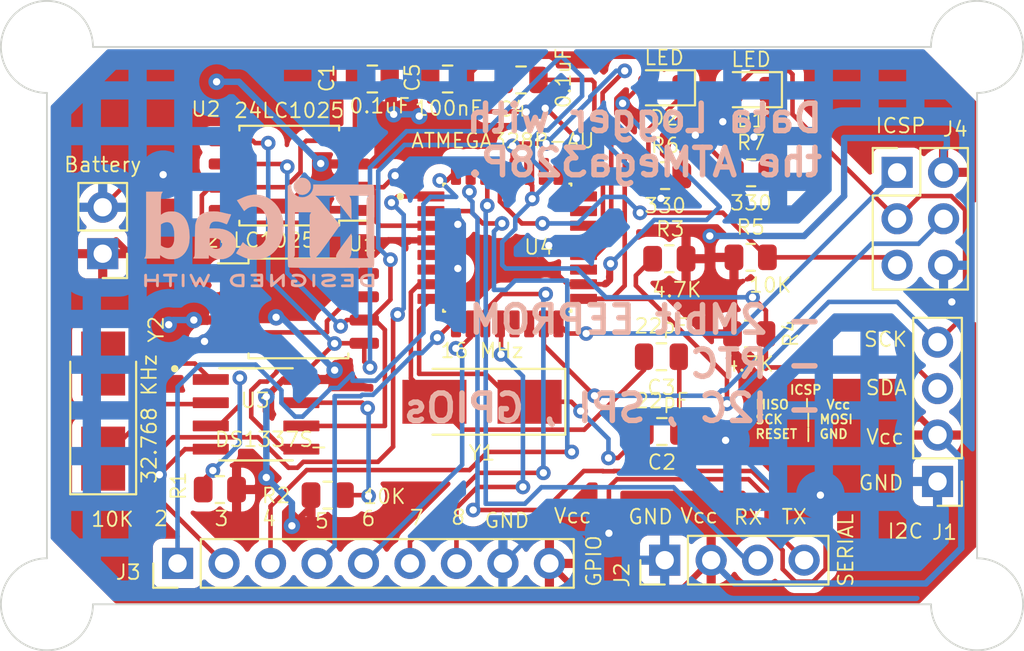
<source format=kicad_pcb>
(kicad_pcb (version 20231212) (generator "pcbnew") (generator_version "7.99")
  (title_block (title "${projectName}") (date "2024-01-02") (rev "Version-1") (company "Tech Explorations / Dr. Peter Dalmaris") (comment 1 "Designer : Anıl GÜNDÜZ") (comment 2 "2 layer PCB version"))
  (layers (0 "F.Cu" mixed) (31 "B.Cu" mixed) (34 "B.Paste" user) (35 "F.Paste" user) (36 "B.SilkS" user "B.Silkscreen") (37 "F.SilkS" user "F.Silkscreen") (38 "B.Mask" user) (39 "F.Mask" user) (44 "Edge.Cuts" user))
  (property "projectName" "MCU DataLogger with Memory and Clock")
  (net 0 "")
  (net 1 "GND")
  (net 2 "/Vcc")
  (net 3 "Net-(U4-PB7)")
  (net 4 "Net-(U4-PB6)")
  (net 5 "Net-(U4-AREF)")
  (net 6 "Net-(D1-K)")
  (net 7 "/SCK")
  (net 8 "Net-(D2-K)")
  (net 9 "/SDA")
  (net 10 "/TX")
  (net 11 "/RX")
  (net 12 "/D5")
  (net 13 "/D6")
  (net 14 "/D3")
  (net 15 "/D2")
  (net 16 "/D4")
  (net 17 "/D8")
  (net 18 "/D7")
  (net 19 "/RESET")
  (net 20 "/MISO")
  (net 21 "/MOSI")
  (net 22 "Net-(U3-~{INTA})")
  (net 23 "Net-(U3-SQW{slash}~INT)")
  (net 24 "Net-(U3-X2)")
  (net 25 "Net-(U3-X1)")
  (footprint "Connector_PinHeader_2.54mm:PinHeader_2x03_P2.54mm_Vertical" (layer "F.Cu") (at 134.2644 78.2828)
    (property "Reference" "J4")
    (property "Value" "Conn_02x03_Odd_Even" (hide yes))
  )
  (footprint "Connector_PinHeader_2.54mm:PinHeader_1x04_P2.54mm_Vertical" (layer "F.Cu") (at 121.5644 99.4918 90)
    (property "Reference" "J2")
    (property "Value" "Conn_01x04_Male" (hide yes))
  )
  (footprint "LED_SMD:LED_0805_2012Metric" (layer "F.Cu") (at 121.5367 73.66 180)
    (property "Reference" "D2")
    (property "Value" "LED")
  )
  (footprint "Resistor_SMD:R_0805_2012Metric" (layer "F.Cu") (at 121.5875 78.4606)
    (property "Reference" "R6")
    (property "Value" "330")
  )
  (footprint "Capacitor_SMD:C_0805_2012Metric" (layer "F.Cu") (at 121.412 92.456 180)
    (property "Reference" "C2")
    (property "Value" "22pF")
  )
  (footprint "Capacitor_SMD:C_0805_2012Metric" (layer "F.Cu") (at 105.5878 73.1774 180)
    (property "Reference" "C1")
    (property "Value" "0.1uF")
  )
  (footprint "Resistor_SMD:R_0805_2012Metric" (layer "F.Cu") (at 126.2865 78.3082)
    (property "Reference" "R7")
    (property "Value" "330")
  )
  (footprint "LED_SMD:LED_0805_2012Metric" (layer "F.Cu") (at 126.2865 73.7616 180)
    (property "Reference" "D1")
    (property "Value" "LED")
  )
  (footprint "MCU DataLogger Footprints:QFP80P900X900X120-32N" (layer "F.Cu") (at 112.9602 82.402)
    (property "Reference" "U4")
    (property "Value" "ATMEGA328P-AU")
  )
  (footprint "Crystal:Crystal_SMD_5032-2Pin_5.0x3.2mm_HandSoldering" (layer "F.Cu") (at 111.5822 90.8304 180)
    (property "Reference" "Y1")
    (property "Value" "16 MHz")
  )
  (footprint "MountingHole:MountingHole_2.1mm" (layer "F.Cu") (at 87.8078 71.4248 180)
    (property "Reference" "H1" (hide yes))
    (property "Value" "MountingHole" (hide yes))
  )
  (footprint "Connector_PinHeader_2.54mm:PinHeader_1x04_P2.54mm_Vertical" (layer "F.Cu") (at 136.4742 95.1892 180)
    (property "Reference" "J1")
    (property "Value" "Conn_01x04_Male" (hide yes))
  )
  (footprint "Capacitor_SMD:C_0805_2012Metric" (layer "F.Cu") (at 113.7158 73.2282)
    (property "Reference" "C4")
    (property "Value" "0.1uF")
  )
  (footprint "Resistor_SMD:R_0805_2012Metric" (layer "F.Cu") (at 126.183 87.122)
    (property "Reference" "R4")
    (property "Value" "4.7K")
  )
  (footprint "Resistor_SMD:R_0805_2012Metric" (layer "F.Cu") (at 103.1494 95.9358)
    (property "Reference" "R2")
    (property "Value" "10K")
  )
  (footprint "Capacitor_SMD:C_0805_2012Metric" (layer "F.Cu") (at 109.7026 73.1774 180)
    (property "Reference" "C5")
    (property "Value" "100nF")
  )
  (footprint "Connector_PinHeader_2.54mm:PinHeader_1x02_P2.54mm_Vertical" (layer "F.Cu") (at 90.8558 82.7328 180)
    (property "Reference" "BT1" (hide yes))
    (property "Value" "Battery")
  )
  (footprint "Connector_PinHeader_2.54mm:PinHeader_1x09_P2.54mm_Vertical" (layer "F.Cu") (at 94.9452 99.6696 90)
    (property "Reference" "J3")
    (property "Value" "Conn_01x09_Male" (hide yes))
  )
  (footprint "Crystal:Crystal_SMD_5032-2Pin_5.0x3.2mm_HandSoldering" (layer "F.Cu") (at 90.8812 91.3384 90)
    (property "Reference" "Y2")
    (property "Value" "32.768 KHz")
  )
  (footprint "MountingHole:MountingHole_2.1mm" (layer "F.Cu") (at 138.6332 101.9048 180)
    (property "Reference" "H4" (hide yes))
    (property "Value" "MountingHole" (hide yes))
  )
  (footprint "Package_SO:SOIC-8_5.23x5.23mm_P1.27mm" (layer "F.Cu") (at 101.5492 85.725)
    (property "Reference" "U1")
    (property "Value" "24LC1025")
  )
  (footprint "MountingHole:MountingHole_2.1mm" (layer "F.Cu") (at 87.8078 101.9048 180)
    (property "Reference" "H2" (hide yes))
    (property "Value" "MountingHole" (hide yes))
  )
  (footprint "Resistor_SMD:R_0805_2012Metric" (layer "F.Cu") (at 121.8184 83.0072 180)
    (property "Reference" "R3")
    (property "Value" "4.7K")
  )
  (footprint "Resistor_SMD:R_0805_2012Metric" (layer "F.Cu") (at 126.2634 82.931)
    (property "Reference" "R5")
    (property "Value" "10K")
  )
  (footprint "MountingHole:MountingHole_2.1mm" (layer "F.Cu") (at 138.6332 71.4248 180)
    (property "Reference" "H3" (hide yes))
    (property "Value" "MountingHole" (hide yes))
  )
  (footprint "Resistor_SMD:R_0805_2012Metric" (layer "F.Cu") (at 97.2566 95.631 180)
    (property "Reference" "R1")
    (property "Value" "10K")
  )
  (footprint "MCU DataLogger Footprints:SOIC127P600X175-8N" (layer "F.Cu") (at 99.2356 91.5162)
    (property "Reference" "U3")
    (property "Value" "DS1337S_")
  )
  (footprint "Package_SO:SOIC-8_5.23x5.23mm_P1.27mm" (layer "F.Cu") (at 101.048 78.4606 180)
    (property "Reference" "U2")
    (property "Value" "24LC1025")
  )
  (footprint "Capacitor_SMD:C_0805_2012Metric" (layer "F.Cu") (at 121.3843 88.3666 180)
    (property "Reference" "C3")
    (property "Value" "22pF")
  )
  (footprint "Symbol:KiCad-Logo2_5mm_SilkScreen" (layer "B.Cu") (at 99.4156 81.5594 180)
    (property "Reference" "REF**" (hide yes))
    (property "Value" "KiCad-Logo2_5mm_SilkScreen" (hide yes))
  )
  (gr_line (start 138.6332 99.389687) (end 138.6332 73.941451) (stroke (width 0.1)) (layer "Edge.Cuts"))
  (gr_arc (start 90.322913 101.9048) (mid 86.029347 103.683253) (end 87.8078 99.389687) (stroke (width 0.1)) (layer "Edge.Cuts"))
  (gr_line (start 136.116549 71.4248) (end 90.322913 71.4248) (stroke (width 0.1)) (layer "Edge.Cuts"))
  (gr_arc (start 136.116549 71.4248) (mid 140.412741 69.645259) (end 138.6332 73.941451) (stroke (width 0.1)) (layer "Edge.Cuts"))
  (gr_arc (start 138.6332 99.389687) (mid 140.411653 103.683253) (end 136.118087 101.9048) (stroke (width 0.1)) (layer "Edge.Cuts"))
  (gr_line (start 87.8078 73.939913) (end 87.8078 99.389687) (stroke (width 0.1)) (layer "Edge.Cuts"))
  (gr_arc (start 87.8078 73.939913) (mid 86.029347 69.646347) (end 90.322913 71.4248) (stroke (width 0.1)) (layer "Edge.Cuts"))
  (gr_line (start 90.322913 101.9048) (end 136.118087 101.9048) (stroke (width 0.1)) (layer "Edge.Cuts"))
  (gr_text "- 2Mbit EEPROM\n- RTC\n- I2C , SPI , GPIOs" (at 130.3274 92.0496 0) (layer "B.SilkS") (effects (font (size 1.5 1.5) (thickness 0.3) (bold yes)) (justify left bottom mirror)))
  (gr_text "Data Logger with\nthe ATMega328P." (at 130.3274 78.613 0) (layer "B.SilkS") (effects (font (size 1.5 1.5) (thickness 0.3) (bold yes)) (justify left bottom mirror)))
  (gr_text "TX" (at 127.889 97.5868 0) (layer "F.SilkS") (effects (font (size 0.8 0.8) (thickness 0.1)) (justify left bottom)))
  (gr_text "Vcc" (at 122.3518 97.536 0) (layer "F.SilkS") (effects (font (size 0.8 0.8) (thickness 0.1)) (justify left bottom)))
  (gr_text "8" (at 109.8042 97.6122 0) (layer "F.SilkS") (effects (font (size 0.8 0.8) (thickness 0.1) (italic yes)) (justify left bottom)))
  (gr_text "GND" (at 132.1054 95.7326 0) (layer "F.SilkS") (effects (font (size 0.8 0.8) (thickness 0.1)) (justify left bottom)))
  (gr_text "7" (at 107.569 97.6376 0) (layer "F.SilkS") (effects (font (size 0.8 0.8) (thickness 0.1)) (justify left bottom)))
  (gr_text "GPIO" (at 118.1608 101.0158 90) (layer "F.SilkS") (effects (font (size 0.8 0.8) (thickness 0.1)) (justify left bottom)))
  (gr_text "2" (at 93.599 97.6884 0) (layer "F.SilkS") (effects (font (size 0.8 0.8) (thickness 0.1)) (justify left bottom)))
  (gr_text "5" (at 102.3874 97.8154 0) (layer "F.SilkS") (effects (font (size 0.8 0.8) (thickness 0.1)) (justify left bottom)))
  (gr_text "GND" (at 111.6584 97.79 0) (layer "F.SilkS") (effects (font (size 0.8 0.8) (thickness 0.1)) (justify left bottom)))
  (gr_text "4" (at 99.4918 97.6884 0) (layer "F.SilkS") (effects (font (size 0.8 0.8) (thickness 0.1)) (justify left bottom)))
  (gr_text "3" (at 96.901 97.6884 0) (layer "F.SilkS") (effects (font (size 0.8 0.8) (thickness 0.1)) (justify left bottom)))
  (gr_text "	ICSP\nMISO  |	Vcc\nSCK	  | MOSI\nRESET | GND" (at 126.4666 92.8878 0) (layer "F.SilkS") (effects (font (size 0.5 0.5) (thickness 0.1) (bold yes)) (justify left bottom)))
  (gr_text "RX" (at 125.2728 97.6122 0) (layer "F.SilkS") (effects (font (size 0.8 0.8) (thickness 0.1)) (justify left bottom)))
  (gr_text "ICSP" (at 133.0198 76.2 0) (layer "F.SilkS") (effects (font (size 0.8 0.8) (thickness 0.1)) (justify left bottom)))
  (gr_text "SDA" (at 132.4864 90.5256 0) (layer "F.SilkS") (effects (font (size 0.8 0.8) (thickness 0.1)) (justify left bottom)))
  (gr_text "6" (at 104.9274 97.6884 0) (layer "F.SilkS") (effects (font (size 0.8 0.8) (thickness 0.1)) (justify left bottom)))
  (gr_text "Vcc" (at 132.5118 93.218 0) (layer "F.SilkS") (effects (font (size 0.8 0.8) (thickness 0.1)) (justify left bottom)))
  (gr_text "Vcc" (at 115.443 97.536 0) (layer "F.SilkS") (effects (font (size 0.8 0.8) (thickness 0.1)) (justify left bottom)))
  (gr_text "GND" (at 119.507 97.5868 0) (layer "F.SilkS") (effects (font (size 0.8 0.8) (thickness 0.1)) (justify left bottom)))
  (gr_text "SCK" (at 132.3848 87.884 0) (layer "F.SilkS") (effects (font (size 0.8 0.8) (thickness 0.1)) (justify left bottom)))
  (gr_text "I2C" (at 133.6802 98.3742 0) (layer "F.SilkS") (effects (font (size 0.8 0.8) (thickness 0.1)) (justify left bottom)))
  (gr_text "SERIAL" (at 131.9276 101.0158 90) (layer "F.SilkS") (effects (font (size 0.8 0.8) (thickness 0.1)) (justify left bottom)))
  (segment (start 98.5442 87.035) (end 103.109265 87.035) (width 0.25) (layer "F.Cu") (net 1))
  (segment (start 96.56 81.0406) (end 105.5732 81.0406) (width 0.25) (layer "F.Cu") (net 1))
  (segment (start 104.6378 73.1774) (end 105.9332 71.882) (width 0.25) (layer "F.Cu") (net 1))
  (segment (start 116.730353 76.420553) (end 118.1902 77.8804) (width 0.25) (layer "F.Cu") (net 1))
  (segment (start 105.447999 79.0956) (end 105.823 79.470601) (width 0.25) (layer "F.Cu") (net 1))
  (segment (start 96.273 79.5458) (end 96.7232 79.0956) (width 0.25) (layer "F.Cu") (net 1))
  (segment (start 108.5596 72.9844) (end 108.7526 73.1774) (width 0.25) (layer "F.Cu") (net 1))
  (segment (start 104.648 79.0956) (end 105.447999 79.0956) (width 0.25) (layer "F.Cu") (net 1))
  (segment (start 126.153204 95.065) (end 118.9554 95.065) (width 0.25) (layer "F.Cu") (net 1))
  (segment (start 96.56 81.0406) (end 96.273 80.7536) (width 0.25) (layer "F.Cu") (net 1))
  (segment (start 124.4092 92.456) (end 122.362 92.456) (width 0.25) (layer "F.Cu") (net 1))
  (segment (start 130.0734 95.9358) (end 130.3594 96.2218) (width 0.25) (layer "F.Cu") (net 1))
  (segment (start 105.823 79.470601) (end 105.823 80.7908) (width 0.25) (layer "F.Cu") (net 1))
  (segment (start 122.5 76.9916) (end 123.2408 76.2508) (width 0.25) (layer "F.Cu") (net 1))
  (segment (start 128.0094 99.978501) (end 128.0094 98.953196) (width 0.25) (layer "F.Cu") (net 1))
  (segment (start 95.3516 93.4212) (end 93.9546 94.8182) (width 0.25) (layer "F.Cu") (net 1))
  (segment (start 130.3594 99.978501) (end 129.671101 100.6668) (width 0.25) (layer "F.Cu") (net 1))
  (segment (start 130.3594 96.2218) (end 130.3594 99.978501) (width 0.25) (layer "F.Cu") (net 1))
  (segment (start 108.712 74.3966) (end 108.7526 74.356) (width 0.25) (layer "F.Cu") (net 1))
  (segment (start 122.362 92.456) (end 122.362 88.3943) (width 0.25) (layer "F.Cu") (net 1))
  (segment (start 108.7526 74.356) (end 108.7526 73.1774) (width 0.25) (layer "F.Cu") (net 1))
  (segment (start 90.8558 80.1928) (end 91.953 79.0956) (width 0.25) (layer "F.Cu") (net 1))
  (segment (start 118.5164 95.504) (end 118.5164 98.0186) (width 0.25) (layer "F.Cu") (net 1))
  (segment (start 111.5974 74.3966) (end 111.2266 74.3966) (width 0.25) (layer "F.Cu") (net 1))
  (segment (start 125.2216 78.4606) (end 125.374 78.3082) (width 0.25) (layer "F.Cu") (net 1))
  (segment (start 106.1974 79.0956) (end 106.8324 78.4606) (width 0.25) (layer "F.Cu") (net 1))
  (segment (start 94.1578 79.0956) (end 97.448 79.0956) (width 0.25) (layer "F.Cu") (net 1))
  (segment (start 96.273 80.7536) (end 96.273 79.5458) (width 0.25) (layer "F.Cu") (net 1))
  (segment (start 97.9492 87.63) (end 98.5442 87.035) (width 0.25) (layer "F.Cu") (net 1))
  (segment (start 105.5732 81.0406) (end 105.7148 80.899) (width 0.25) (layer "F.Cu") (net 1))
  (segment (start 109.5228 82.802) (end 110.2614 83.5406) (width 0.25) (layer "F.Cu") (net 1))
  (segment (start 115.0874 74.7776) (end 116.730353 76.420553) (width 0.25) (layer "F.Cu") (net 1))
  (segment (start 129.671101 100.6668) (end 128.697699 100.6668) (width 0.25) (layer "F.Cu") (net 1))
  (segment (start 115.0366 74.7776) (end 115.0874 74.7776) (width 0.25) (layer "F.Cu") (net 1))
  (segment (start 136.8044 84.9194) (end 137.2544 85.3694) (width 0.25) (layer "F.Cu") (net 1))
  (segment (start 108.7902 81.202) (end 106.0178 81.202) (width 0.25) (layer "F.Cu") (net 1))
  (segment (start 111.7854 74.9554) (end 111.2266 74.3966) (width 0.25) (layer "F.Cu") (net 1))
  (segment (start 122.5 78.5664) (end 121.3612 79.7052) (width 0.25) (layer "F.Cu") (net 1))
  (segment (start 126.4412 76.3524) (end 125.5776 76.3524) (width 0.25) (layer "F.Cu") (net 1))
  (segment (start 101.6646 78.278305) (end 101.6646 76.872) (width 0.25) (layer "F.Cu") (net 1))
  (segment (start 125.5776 76.3524) (end 124.7394 75.5142) (width 0.25) (layer "F.Cu") (net 1))
  (segment (start 127.1342 96.045996) (end 126.153204 95.065) (width 0.25) (layer "F.Cu") (net 1))
  (segment (start 122.5 78.4606) (end 122.682 78.4606) (width 0.25) (layer "F.Cu") (net 1))
  (segment (start 94.1578 79.0956) (end 94.1578 78.4098) (width 0.25) (layer "F.Cu") (net 1))
  (segment (start 105.9332 71.882) (end 108.5596 71.882) (width 0.25) (layer "F.Cu") (net 1))
  (segment (start 122.362 88.3943) (end 122.3343 88.3666) (width 0.25) (layer "F.Cu") (net 1))
  (segment (start 118.1902 81.590134) (end 117.778334 82.002) (width 0.25) (layer "F.Cu") (net 1))
  (segment (start 97.448 79.0956) (end 100.847305 79.0956) (width 0.25) (layer "F.Cu") (net 1))
  (segment (start 108.7902 82.802) (end 109.5228 82.802) (width 0.25) (layer "F.Cu") (net 1))
  (segment (start 91.953 79.0956) (end 94.1578 79.0956) (width 0.25) (layer "F.Cu") (net 1))
  (segment (start 111.2266 74.3966) (end 108.712 74.3966) (width 0.25) (layer "F.Cu") (net 1))
  (segment (start 101.6646 76.872) (end 101.981 76.5556) (width 0.25) (layer "F.Cu") (net 1))
  (segment (start 108.7902 82.802) (end 109.525199 82.802) (width 0.25) (layer "F.Cu") (net 1))
  (segment (start 104.439072 85.09) (end 105.1492 85.09) (width 0.25) (layer "F.Cu") (net 1))
  (segment (start 108.7902 81.202) (end 108.7804 81.1922) (width 0.25) (layer "F.Cu") (net 1))
  (segment (start 112.7658 73.2282) (end 111.5974 74.3966) (width 0.25) (layer "F.Cu") (net 1))
  (segment (start 110.2614 81.127) (end 110.1864 81.202) (width 0.25) (layer "F.Cu") (net 1))
  (segment (start 104.6378 73.1774) (end 104.6378 76.5454) (width 0.25) (layer "F.Cu") (net 1))
  (segment (start 105.7148 80.899) (end 105.823 80.7908) (width 0.25) (layer "F.Cu") (net 1))
  (segment (start 118.1902 77.8804) (end 118.1902 81.590134) (width 0.25) (layer "F.Cu") (net 1))
  (segment (start 124.8918 92.9386) (end 124.4092 92.456) (width 0.25) (layer "F.Cu") (net 1))
  (segment (start 103.109265 86.419807) (end 104.439072 85.09) (width 0.25) (layer "F.Cu") (net 1))
  (segment (start 123.2408 76.2508) (end 123.3166 76.2508) (width 0.25) (layer "F.Cu") (net 1))
  (segment (start 115.229008 82.281392) (end 115.5084 82.002) (width 0.25) (layer "F.Cu") (net 1))
  (segment (start 113.9698 74.9554) (end 111.7854 74.9554) (width 0.25) (layer "F.Cu") (net 1))
  (segment (start 97.9492 87.63) (end 96.52 87.63) (width 0.25) (layer "F.Cu") (net 1))
  (segment (start 96.7232 79.0956) (end 97.448 79.0956) (width 0.25) (layer "F.Cu") (net 1))
  (segment (start 122.5 78.4606) (end 122.5 78.5664) (width 0.25) (layer "F.Cu") (net 1))
  (segment (start 118.9554 95.065) (end 118.5164 95.504) (width 0.25) (layer "F.Cu") (net 1))
  (segment (start 108.5596 71.882) (end 108.5596 72.9844) (width 0.25) (layer "F.Cu") (net 1))
  (segment (start 136.8044 83.3628) (end 136.8044 84.9194) (width 0.25) (layer "F.Cu") (net 1))
  (segment (start 104.6378 76.5454) (end 104.648 76.5556) (width 0.25) (layer "F.Cu") (net 1))
  (segment (start 122.362 92.456) (end 122.362 92.9284) (width 0.25) (layer "F.Cu") (net 1))
  (segment (start 106.0178 81.202) (end 105.7148 80.899) (width 0.25) (layer "F.Cu") (net 1))
  (segment (start 128.0094 98.953196) (end 127.1342 98.077996) (width 0.25) (layer "F.Cu") (net 1))
  (segment (start 101.981 76.5556) (end 104.648 76.5556) (width 0.25) (layer "F.Cu") (net 1))
  (segment (start 96.7606 93.4212) (end 95.3516 93.4212) (width 0.25) (layer "F.Cu") (net 1))
  (segment (start 127.1342 98.077996) (end 127.1342 96.045996) (width 0.25) (layer "F.Cu") (net 1))
  (segment (start 96.52 87.63) (end 96.4184 87.5284) (width 0.25) (layer "F.Cu") (net 1))
  (segment (start 103.109265 87.035) (end 103.109265 86.419807) (width 0.25) (layer "F.Cu") (net 1))
  (segment (start 115.5084 82.002) (end 117.1302 82.002) (width 0.25) (layer "F.Cu") (net 1))
  (segment (start 123.3166 76.2508) (end 125.374 78.3082) (width 0.25) (layer "F.Cu") (net 1))
  (segment (start 122.5 78.4606) (end 122.5 76.9916) (width 0.25) (layer "F.Cu") (net 1))
  (segment (start 110.1864 81.202) (end 108.7902 81.202) (width 0.25) (layer "F.Cu") (net 1))
  (segment (start 104.648 79.0956) (end 106.1974 79.0956) (width 0.25) (layer "F.Cu") (net 1))
  (segment (start 128.697699 100.6668) (end 128.0094 99.978501) (width 0.25) (layer "F.Cu") (net 1))
  (segment (start 117.778334 82.002) (end 117.1302 82.002) (width 0.25) (layer "F.Cu") (net 1))
  (segment (start 100.847305 79.0956) (end 101.6646 78.278305) (width 0.25) (layer "F.Cu") (net 1))
  (segment (start 113.9952 74.9808) (end 113.9698 74.9554) (width 0.25) (layer "F.Cu") (net 1))
  (via (at 110.2614 81.127) (size 0.8) (drill 0.4) (layers "F.Cu" "B.Cu") (net 1))
  (via (at 124.7394 75.5142) (size 0.8) (drill 0.4) (layers "F.Cu" "B.Cu") (net 1))
  (via (at 116.730353 76.420553) (size 0.8) (drill 0.4) (layers "F.Cu" "B.Cu") (net 1))
  (via (at 130.0734 95.9358) (size 0.8) (drill 0.4) (layers "F.Cu" "B.Cu") (net 1))
  (via (at 96.4184 87.5284) (size 0.8) (drill 0.4) (layers "F.Cu" "B.Cu") (net 1))
  (via (at 93.9546 94.8182) (size 0.8) (drill 0.4) (layers "F.Cu" "B.Cu") (net 1))
  (via (at 110.2614 83.5406) (size 0.8) (drill 0.4) (layers "F.Cu" "B.Cu") (net 1))
  (via (at 118.5164 98.0186) (size 0.8) (drill 0.4) (layers "F.Cu" "B.Cu") (net 1))
  (via (at 113.9952 74.9808) (size 0.8) (drill 0.4) (layers "F.Cu" "B.Cu") (net 1))
  (via (at 94.1578 78.4098) (size 0.8) (drill 0.4) (layers "F.Cu" "B.Cu") (net 1))
  (via (at 106.8324 78.4606) (size 0.8) (drill 0.4) (layers "F.Cu" "B.Cu") (net 1))
  (via (at 115.0366 74.7776) (size 0.8) (drill 0.4) (layers "F.Cu" "B.Cu") (net 1))
  (via (at 121.3612 79.7052) (size 0.8) (drill 0.4) (layers "F.Cu" "B.Cu") (net 1))
  (via (at 126.4412 76.3524) (size 0.8) (drill 0.4) (layers "F.Cu" "B.Cu") (net 1))
  (via (at 137.2544 85.3694) (size 0.8) (drill 0.4) (layers "F.Cu" "B.Cu") (net 1))
  (via (at 124.8918 92.9386) (size 0.8) (drill 0.4) (layers "F.Cu" "B.Cu") (net 1))
  (via (at 115.229008 82.281392) (size 0.8) (drill 0.4) (layers "F.Cu" "B.Cu") (net 1))
  (via (at 123.2408 76.2508) (size 0.8) (drill 0.4) (layers "F.Cu" "B.Cu") (net 1))
  (segment (start 118.076553 76.420553) (end 116.730353 76.420553) (width 0.25) (layer "B.Cu") (net 1))
  (segment (start 121.5644 99.4918) (end 119.9896 99.4918) (width 0.25) (layer "B.Cu") (net 1))
  (segment (start 137.2544 83.8128) (end 136.8044 83.3628) (width 0.25) (layer "B.Cu") (net 1))
  (segment (start 121.3612 79.7052) (end 118.076553 76.420553) (width 0.25) (layer "B.Cu") (net 1))
  (segment (start 119.9896 99.4918) (end 118.5164 98.0186) (width 0.25) (layer "B.Cu") (net 1))
  (segment (start 126.3396 76.2508) (end 126.4412 76.3524) (width 0.25) (layer "B.Cu") (net 1))
  (segment (start 110.2614 81.127) (end 110.2614 83.5406) (width 0.25) (layer "B.Cu") (net 1))
  (segment (start 114.3762 98.0186) (end 118.5164 98.0186) (width 0.25) (layer "B.Cu") (net 1))
  (segment (start 127.889 95.9358) (end 124.8918 92.9386) (width 0.25) (layer "B.Cu") (net 1))
  (segment (start 112.7252 99.6696) (end 114.3762 98.0186) (width 0.25) (layer "B.Cu") (net 1))
  (segment (start 113.9952 74.9808) (end 114.8334 74.9808) (width 0.25) (layer "B.Cu") (net 1))
  (segment (start 114.8334 74.9808) (end 115.0366 74.7776) (width 0.25) (layer "B.Cu") (net 1))
  (segment (start 123.2408 76.2508) (end 126.3396 76.2508) (width 0.25) (layer "B.Cu") (net 1))
  (segment (start 130.0734 95.9358) (end 127.889 95.9358) (width 0.25) (layer "B.Cu") (net 1))
  (segment (start 99.1362 95.631) (end 99.7966 94.9706) (width 0.35) (layer "F.Cu") (net 2))
  (segment (start 100.18 86.36) (end 97.9492 86.36) (width 0.35) (layer "F.Cu") (net 2))
  (segment (start 125.2705 87.122) (end 125.2705 86.7687) (width 0.35) (layer "F.Cu") (net 2))
  (segment (start 120.1166 73.66) (end 120.5992 73.66) (width 0.25) (layer "F.Cu") (net 2))
  (segment (start 92.3632 82.7786) (end 105.691073 82.7786) (width 0.35) (layer "F.Cu") (net 2))
  (segment (start 103.020856 89.6112) (end 103.529628 89.102428) (width 0.35) (layer "F.Cu") (net 2))
  (segment (start 102.2369 96.5689) (end 102.2369 95.9358) (width 0.35) (layer "F.Cu") (net 2))
  (segment (start 125.2705 87.973718) (end 125.2705 87.122) (width 0.35) (layer "F.Cu") (net 2))
  (segment (start 125.2747 83.0072) (end 125.3509 82.931) (width 0.35) (layer "F.Cu") (net 2))
  (segment (start 118.417 84.402) (end 117.1302 84.402) (width 0.25) (layer "F.Cu") (net 2))
  (segment (start 122.1486 101.4476) (end 124.1044 99.4918) (width 0.35) (layer "F.Cu") (net 2))
  (segment (start 106.5378 73.1774) (end 105.7402 73.975) (width 0.35) (layer "F.Cu") (net 2))
  (segment (start 101.1936 97.6122) (end 102.2369 96.5689) (width 0.35) (layer "F.Cu") (net 2))
  (segment (start 100.33 86.21) (end 100.18 86.36) (width 0.35) (layer "F.Cu") (net 2))
  (segment (start 118.605 84.214) (end 118.417 84.402) (width 0.25) (layer "F.Cu") (net 2))
  (segment (start 97.9492 85.09) (end 97.9492 86.36) (width 0.35) (layer "F.Cu") (net 2))
  (segment (start 136.4742 92.6492) (end 135.5698 91.7448) (width 0.35) (layer "F.Cu") (net 2))
  (segment (start 106.7562 73.3958) (end 106.5378 73.1774) (width 0.35) (layer "F.Cu") (net 2))
  (segment (start 106.467673 82.002) (end 108.7902 82.002) (width 0.35) (layer "F.Cu") (net 2))
  (segment (start 111.8718 71.9582) (end 120.0912 71.9582) (width 0.25) (layer "F.Cu") (net 2))
  (segment (start 104.300672 77.8256) (end 104.648 77.8256) (width 0.35) (layer "F.Cu") (net 2))
  (segment (start 113.8536 82.002) (end 108.7902 82.002) (width 0.25) (layer "F.Cu") (net 2))
  (segment (start 115.2652 99.6696) (end 117.0432 101.4476) (width 0.35) (layer "F.Cu") (net 2))
  (segment (start 103.496436 78.629836) (end 102.7684 77.9018) (width 0.35) (layer "F.Cu") (net 2))
  (segment (start 102.7684 77.9018) (end 102.7684 77.8002) (width 0.35) (layer "F.Cu") (net 2))
  (segment (start 104.648 80.3656) (end 101.760672 80.3656) (width 0.35) (layer "F.Cu") (net 2))
  (segment (start 97.9492 83.82) (end 105.1492 83.82) (width 0.35) (layer "F.Cu") (net 2))
  (segment (start 124.0282 83.0072) (end 125.2747 83.0072) (width 0.35) (layer "F.Cu") (net 2))
  (segment (start 106.7562 75.1078) (end 106.7562 73.3958) (width 0.35) (layer "F.Cu") (net 2))
  (segment (start 124.0282 83.0072) (end 124.0282 81.7626) (width 0.35) (layer "F.Cu") (net 2))
  (segment (start 125.2705 83.0114) (end 125.3509 82.931) (width 0.35) (layer "F.Cu") (net 2))
  (segment (start 119.2657 74.5109) (end 120.1166 73.66) (width 0.25) (layer "F.Cu") (net 2))
  (segment (start 125.3509 86.6883) (end 125.3509 82.931) (width 0.35) (layer "F.Cu") (net 2))
  (segment (start 101.760672 80.3656) (end 103.496436 78.629836) (width 0.35) (layer "F.Cu") (net 2))
  (segment (start 101.7106 89.6112) (end 100.7364 89.6112) (width 0.35) (layer "F.Cu") (net 2))
  (segment (start 97.9492 83.82) (end 97.9492 85.09) (width 0.35) (layer "F.Cu") (net 2))
  (segment (start 105.873 76.163272) (end 105.873 77.400599) (width 0.35) (layer "F.Cu") (net 2))
  (segment (start 135.5698 91.7448) (end 129.041582 91.7448) (width 0.35) (layer "F.Cu") (net 2))
  (segment (start 105.7402 76.030472) (end 105.873 76.163272) (width 0.35) (layer "F.Cu") (net 2))
  (segment (start 103.496436 78.629836) (end 104.300672 77.8256) (width 0.35) (layer "F.Cu") (net 2))
  (segment (start 129.041582 91.7448) (end 125.2705 87.973718) (width 0.35) (layer "F.Cu") (net 2))
  (segment (start 110.6526 73.1774) (end 111.8718 71.9582) (width 0.25) (layer "F.Cu") (net 2))
  (segment (start 101.7106 89.6112) (end 103.020856 89.6112) (width 0.35) (layer "F.Cu") (net 2))
  (segment (start 105.691073 82.7786) (end 106.467673 82.002) (width 0.35) (layer "F.Cu") (net 2))
  (segment (start 120.5992 72.4662) (end 120.5992 73.66) (width 0.25) (layer "F.Cu") (net 2))
  (segment (start 100.7364 89.6112) (end 99.7966 90.551) (width 0.35) (layer "F.Cu") (net 2))
  (segment (start 116.2536 84.402) (end 113.8536 82.002) (width 0.25) (layer "F.Cu") (net 2))
  (segment (start 91.5866 82.002) (end 92.3632 82.7786) (width 0.35) (layer "F.Cu") (net 2))
  (segment (start 117.1302 84.402) (end 116.2536 84.402) (width 0.25) (layer "F.Cu") (net 2))
  (segment (start 90.8558 82.7328) (end 91.5866 82.002) (width 0.25) (layer "F.Cu") (net 2))
  (segment (start 105.447999 77.8256) (end 104.648 77.8256) (width 0.35) (layer "F.Cu") (net 2))
  (segment (start 97.448 80.3656) (end 101.760672 80.3656) (width 0.35) (layer "F.Cu") (net 2))
  (segment (start 122.7309 83.0072) (end 124.0282 83.0072) (width 0.35) (layer "F.Cu") (net 2))
  (segment (start 117.0432 101.4476) (end 122.1486 101.4476) (width 0.35) (layer "F.Cu") (net 2))
  (segment (start 120.0912 71.9582) (end 120.5992 72.4662) (width 0.25) (layer "F.Cu") (net 2))
  (segment (start 125.2705 86.7687) (end 125.3509 86.6883) (width 0.35) (layer "F.Cu") (net 2))
  (segment (start 98.1691 95.631) (end 99.1362 95.631) (width 0.35) (layer "F.Cu") (net 2))
  (segment (start 118.605 83.276791) (end 118.605 84.214) (width 0.25) (layer "F.Cu") (net 2))
  (segment (start 95.8342 86.36) (end 97.9492 86.36) (width 0.35) (layer "F.Cu") (net 2))
  (segment (start 105.873 77.400599) (end 105.447999 77.8256) (width 0.35) (layer "F.Cu") (net 2))
  (segment (start 105.7402 73.975) (end 105.7402 76.030472) (width 0.35) (layer "F.Cu") (net 2))
  (via (at 97.0788 73.3298) (size 0.9) (drill 0.4) (layers "F.Cu" "B.Cu") (net 2))
  (via (at 102.7684 77.8002) (size 0.9) (drill 0.4) (layers "F.Cu" "B.Cu") (net 2))
  (via (at 118.605 83.276791) (size 0.8) (drill 0.4) (layers "F.Cu" "B.Cu") (net 2))
  (via (at 95.8342 86.36) (size 0.9) (drill 0.4) (layers "F.Cu" "B.Cu") (net 2))
  (via (at 100.33 86.21) (size 0.9) (drill 0.4) (layers "F.Cu" "B.Cu") (net 2))
  (via (at 106.7562 75.1078) (size 0.9) (drill 0.4) (layers "F.Cu" "B.Cu") (net 2))
  (via (at 108.1532 75.2094) (size 0.9) (drill 0.4) (layers "F.Cu" "B.Cu") (net 2))
  (via (at 124.0282 81.7626) (size 0.8) (drill 0.4) (layers "F.Cu" "B.Cu") (net 2))
  (via (at 99.7966 90.551) (size 0.9) (drill 0.4) (layers "F.Cu" "B.Cu") (net 2))
  (via (at 99.7966 94.9706) (size 0.9) (drill 0.4) (layers "F.Cu" "B.Cu") (net 2))
  (via (at 94.4626 86.614) (size 0.9) (drill 0.4) (layers "F.Cu" "B.Cu") (net 2))
  (via (at 119.2657 74.5109) (size 0.8) (drill 0.4) (layers "F.Cu" "B.Cu") (net 2))
  (via (at 103.529628 89.102428) (size 0.9) (drill 0.4) (layers "F.Cu" "B.Cu") (net 2))
  (via (at 101.1936 97.6122) (size 0.9) (drill 0.4) (layers "F.Cu" "B.Cu") (net 2))
  (segment (start 137.7696 98.8314) (end 137.7696 93.9446) (width 0.35) (layer "B.Cu") (net 2))
  (segment (start 136.9822 76.8858) (end 136.8044 77.0636) (width 0.35) (layer "B.Cu") (net 2))
  (segment (start 124.570784 80.171584) (end 123.853777 80.888591) (width 0.25) (layer "B.Cu") (net 2))
  (segment (start 124.0282 81.7626) (end 129.1844 81.7626) (width 0.35) (layer "B.Cu") (net 2))
  (segment (start 108.0516 75.1078) (end 108.1532 75.2094) (width 0.35) (layer "B.Cu") (net 2))
  (segment (start 135.8342 100.7668) (end 137.7696 98.8314) (width 0.35) (layer "B.Cu") (net 2))
  (segment (start 119.2657 74.8665) (end 124.570784 80.171584) (width 0.25) (layer "B.Cu") (net 2))
  (segment (start 119.2657 74.5109) (end 119.2657 74.8665) (width 0.25) (layer "B.Cu") (net 2))
  (segment (start 131.3688 76.4032) (end 136.9822 76.4032) (width 0.35) (layer "B.Cu") (net 2))
  (segment (start 137.7696 93.9446) (end 136.4742 92.6492) (width 0.35) (layer "B.Cu") (net 2))
  (segment (start 136.9822 76.4032) (end 136.9822 76.8858) (width 0.35) (layer "B.Cu") (net 2))
  (segment (start 95.8342 86.36) (end 94.7166 86.36) (width 0.35) (layer "B.Cu") (net 2))
  (segment (start 136.8044 77.0636) (end 136.8044 78.2828) (width 0.35) (layer "B.Cu") (net 2))
  (segment (start 125.3794 100.7668) (end 135.8342 100.7668) (width 0.35) (layer "B.Cu") (net 2))
  (segment (start 94.7166 86.36) (end 94.4626 86.614) (width 0.35) (layer "B.Cu") (net 2))
  (segment (start 101.1936 96.3676) (end 99.7966 94.9706) (width 0.35) (layer "B.Cu") (net 2))
  (segment (start 100.33 86.21) (end 100.6372 86.21) (width 0.35) (layer "B.Cu") (net 2))
  (segment (start 120.9932 80.888591) (end 118.605 83.276791) (width 0.25) (layer "B.Cu") (net 2))
  (segment (start 131.3688 79.5782) (end 131.3688 76.4032) (width 0.35) (layer "B.Cu") (net 2))
  (segment (start 124.1044 99.4918) (end 125.3794 100.7668) (width 0.35) (layer "B.Cu") (net 2))
  (segment (start 123.853777 80.888591) (end 120.9932 80.888591) (width 0.25) (layer "B.Cu") (net 2))
  (segment (start 102.7684 77.8002) (end 98.298 73.3298) (width 0.35) (layer "B.Cu") (net 2))
  (segment (start 99.7966 90.551) (end 99.7966 94.9706) (width 0.35) (layer "B.Cu") (net 2))
  (segment (start 100.6372 86.21) (end 103.529628 89.102428) (width 0.35) (layer "B.Cu") (net 2))
  (segment (start 101.1936 97.6122) (end 101.1936 96.3676) (width 0.35) (layer "B.Cu") (net 2))
  (segment (start 98.298 73.3298) (end 97.0788 73.3298) (width 0.35) (layer "B.Cu") (net 2))
  (segment (start 106.7562 75.1078) (end 108.0516 75.1078) (width 0.35) (layer "B.Cu") (net 2))
  (segment (start 129.1844 81.7626) (end 131.3688 79.5782) (width 0.35) (layer "B.Cu") (net 2))
  (segment (start 120.462 92.456) (end 119.0142 93.9038) (width 0.25) (layer "F.Cu") (net 3))
  (segment (start 113.3094 90.8304) (end 111.7844 89.3054) (width 0.25) (layer "F.Cu") (net 3))
  (segment (start 108.146 89.3054) (end 108.146 85.8462) (width 0.25) (layer "F.Cu") (net 3))
  (segment (start 114.1822 90.8304) (end 113.3094 90.8304) (width 0.25) (layer "F.Cu") (net 3))
  (segment (start 108.146 85.8462) (end 108.7902 85.202) (width 0.25) (layer "F.Cu") (net 3))
  (segment (start 119.0142 93.9038) (end 118.491 93.9038) (width 0.25) (layer "F.Cu") (net 3))
  (segment (start 111.7844 89.3054) (end 108.146 89.3054) (width 0.25) (layer "F.Cu") (net 3))
  (segment (start 116.459 90.8304) (end 114.1822 90.8304) (width 0.25) (layer "F.Cu") (net 3))
  (segment (start 116.967 91.3384) (end 116.459 90.8304) (width 0.25) (layer "F.Cu") (net 3))
  (via (at 116.967 91.3384) (size 0.8) (drill 0.4) (layers "F.Cu" "B.Cu") (net 3))
  (via (at 118.491 93.9038) (size 0.8) (drill 0.4) (layers "F.Cu" "B.Cu") (net 3))
  (segment (start 118.491 92.8624) (end 116.967 91.3384) (width 0.25) (layer "B.Cu") (net 3))
  (segment (start 118.491 93.9038) (end 118.491 92.8624) (width 0.25) (layer "B.Cu") (net 3))
  (segment (start 108.9822 90.8304) (end 110.5072 92.3554) (width 0.25) (layer "F.Cu") (net 4))
  (segment (start 120.4343 89.0916) (end 120.4343 88.3666) (width 0.25) (layer "F.Cu") (net 4))
  (segment (start 107.696 89.5442) (end 107.696 84.848066) (width 0.25) (layer "F.Cu") (net 4))
  (segment (start 107.696 84.848066) (end 108.142066 84.402) (width 0.25) (layer "F.Cu") (net 4))
  (segment (start 108.9822 90.8304) (end 107.696 89.5442) (width 0.25) (layer "F.Cu") (net 4))
  (segment (start 110.5072 92.3554) (end 117.1705 92.3554) (width 0.25) (layer "F.Cu") (net 4))
  (segment (start 117.1705 92.3554) (end 120.4343 89.0916) (width 0.25) (layer "F.Cu") (net 4))
  (segment (start 108.142066 84.402) (end 108.7902 84.402) (width 0.25) (layer "F.Cu") (net 4))
  (segment (start 114.6658 73.2282) (end 117.5766 73.2282) (width 0.25) (layer "F.Cu") (net 5))
  (segment (start 117.7232 73.3748) (end 117.7232 75.585996) (width 0.25) (layer "F.Cu") (net 5))
  (segment (start 118.6434 81.9658) (end 117.8072 82.802) (width 0.25) (layer "F.Cu") (net 5))
  (segment (start 118.6434 76.506196) (end 118.6434 81.9658) (width 0.25) (layer "F.Cu") (net 5))
  (segment (start 117.8072 82.802) (end 117.1302 82.802) (width 0.25) (layer "F.Cu") (net 5))
  (segment (start 117.7232 75.585996) (end 118.6434 76.506196) (width 0.25) (layer "F.Cu") (net 5))
  (segment (start 117.5766 73.2282) (end 117.7232 73.3748) (width 0.25) (layer "F.Cu") (net 5))
  (segment (start 127.224 78.2832) (end 127.199 78.3082) (width 0.25) (layer "F.Cu") (net 6))
  (segment (start 127.224 73.7616) (end 127.224 78.2832) (width 0.25) (layer "F.Cu") (net 6))
  (segment (start 118.1732 73.94) (end 118.1732 75.3996) (width 0.25) (layer "F.Cu") (net 7))
  (segment (start 106.5784 85.242405) (end 106.5784 83.058) (width 0.25) (layer "F.Cu") (net 7))
  (segment (start 120.9059 85.3931) (end 119.9896 84.4768) (width 0.25) (layer "F.Cu") (net 7))
  (segment (start 105.7402 86.36) (end 105.1492 86.36) (width 0.25) (layer "F.Cu") (net 7))
  (segment (start 118.6584 85.202) (end 117.1302 85.202) (width 0.25) (layer "F.Cu") (net 7))
  (segment (start 137.9794 86.064) (end 137.9794 80.336099) (width 0.25) (layer "F.Cu") (net 7))
  (segment (start 113.2586 78.1304) (end 113.3602 78.232) (width 0.25) (layer "F.Cu") (net 7))
  (segment (start 125.349 73.7616) (end 126.374 72.7366) (width 0.25) (layer "F.Cu") (net 7))
  (segment (start 113.2586 76.835) (end 113.2586 78.1304) (width 0.25) (layer "F.Cu") (net 7))
  (segment (start 119.38 72.7332) (end 118.1732 73.94) (width 0.25) (layer "F.Cu") (net 7))
  (segment (start 119.38 76.6064) (end 119.38 84.4804) (width 0.25) (layer "F.Cu") (net 7))
  (segment (start 113.3856 76.708) (end 113.2586 76.835) (width 0.25) (layer "F.Cu") (net 7))
  (segment (start 137.9794 80.336099) (end 137.221501 79.5782) (width 0.25) (layer "F.Cu") (net 7))
  (segment (start 136.4742 87.5692) (end 137.9794 86.064) (width 0.25) (layer "F.Cu") (net 7))
  (segment (start 119.9896 83.9235) (end 120.9059 83.0072) (width 0.25) (layer "F.Cu") (net 7))
  (segment (start 118.1732 75.3996) (end 119.38 76.6064) (width 0.25) (layer "F.Cu") (net 7))
  (segment (start 126.374 72.7366) (end 128.3626 72.7366) (width 0.25) (layer "F.Cu") (net 7))
  (segment (start 105.1492 86.36) (end 104.194377 86.36) (width 0.25) (layer "F.Cu") (net 7))
  (segment (start 137.221501 79.5782) (end 135.509 79.5782) (width 0.25) (layer "F.Cu") (net 7))
  (segment (start 119.9896 84.4768) (end 119.9896 83.9235) (width 0.25) (layer "F.Cu") (net 7))
  (segment (start 105.1492 86.36) (end 105.460805 86.36) (width 0.25) (layer "F.Cu") (net 7))
  (segment (start 128.5494 75.1078) (end 134.2644 80.8228) (width 0.25) (layer "F.Cu") (net 7))
  (segment (start 105.460805 86.36) (end 106.5784 85.242405) (width 0.25) (layer "F.Cu") (net 7))
  (segment (start 128.3626 72.7366) (end 128.5494 72.9234) (width 0.25) (layer "F.Cu") (net 7))
  (segment (start 120.7148 85.202) (end 120.9059 85.3931) (width 0.25) (layer "F.Cu") (net 7))
  (segment (start 135.509 79.5782) (end 134.2644 80.8228) (width 0.25) (layer "F.Cu") (net 7))
  (segment (start 100.9396 77.978) (end 100.7872 77.8256) (width 0.25) (layer "F.Cu") (net 7))
  (segment (start 106.2742 86.894) (end 105.7402 86.36) (width 0.25) (layer "F.Cu") (net 7))
  (segment (start 115.0874 76.708) (end 113.3856 76.708) (width 0.25) (layer "F.Cu") (net 7))
  (segment (start 117.1302 85.202) (end 120.7148 85.202) (width 0.25) (layer "F.Cu") (net 7))
  (segment (start 104.194377 86.36) (end 103.854598 86.699779) (width 0.25) (layer "F.Cu") (net 7))
  (segment (start 124.968 90.932) (end 124.968 89.4552) (width 0.25) (layer "F.Cu") (net 7))
  (segment (start 124.968 89.4552) (end 120.9059 85.3931) (width 0.25) (layer "F.Cu") (net 7))
  (segment (start 101.7106 92.1512) (end 106.2742 92.1512) (width 0.25) (layer "F.Cu") (net 7))
  (segment (start 106.2742 92.1512) (end 106.2742 86.894) (width 0.25) (layer "F.Cu") (net 7))
  (segment (start 128.5494 72.9234) (end 128.5494 75.1078) (width 0.25) (layer "F.Cu") (net 7))
  (segment (start 100.7872 77.8256) (end 97.448 77.8256) (width 0.25) (layer "F.Cu") (net 7))
  (segment (start 119.38 84.4804) (end 118.6584 85.202) (width 0.25) (layer "F.Cu") (net 7))
  (via (at 119.38 72.7332) (size 0.8) (drill 0.4) (layers "F.Cu" "B.Cu") (net 7))
  (via (at 124.968 90.932) (size 0.8) (drill 0.4) (layers "F.Cu" "B.Cu") (net 7))
  (via (at 113.2586 76.835) (size 0.8) (drill 0.4) (layers "F.Cu" "B.Cu") (net 7))
  (via (at 103.854598 86.699779) (size 0.8) (drill 0.4) (layers "F.Cu" "B.Cu") (net 7))
  (via (at 115.0874 76.708) (size 0.8) (drill 0.4) (layers "F.Cu" "B.Cu") (net 7))
  (via (at 100.9396 77.978) (size 0.8) (drill 0.4) (layers "F.Cu" "B.Cu") (net 7))
  (via (at 106.5784 83.058) (size 0.8) (drill 0.4) (layers "F.Cu" "B.Cu") (net 7))
  (segment (start 136.4742 87.5692) (end 134.2744 85.3694) (width 0.25) (layer "B.Cu") (net 7))
  (segment (start 107.341796 76.7842) (end 113.2078 76.7842) (width 0.25) (layer "B.Cu") (net 7))
  (segment (start 113.2078 76.7842) (end 113.2586 76.835) (width 0.25) (layer "B.Cu") (net 7))
  (segment (start 117.5004 74.1426) (end 117.5004 74.295) (width 0.25) (layer "B.Cu") (net 7))
  (segment (start 105.9108 82.3904) (end 105.9108 78.215196) (width 0.25) (layer "B.Cu") (net 7))
  (segment (start 100.9396 83.784781) (end 100.9396 77.978) (width 0.25) (layer "B.Cu") (net 7))
  (segment (start 117.5004 74.295) (end 115.0874 76.708) (width 0.25) (layer "B.Cu") (net 7))
  (segment (start 134.2744 85.3694) (end 130.5306 85.3694) (width 0.25) (layer "B.Cu") (net 7))
  (segment (start 105.9108 78.215196) (end 107.341796 76.7842) (width 0.25) (layer "B.Cu") (net 7))
  (segment (start 118.9098 72.7332) (end 117.5004 74.1426) (width 0.25) (layer "B.Cu") (net 7))
  (segment (start 103.854598 86.699779) (end 100.9396 83.784781) (width 0.25) (layer "B.Cu") (net 7))
  (segment (start 130.5306 85.3694) (end 124.968 90.932) (width 0.25) (layer "B.Cu") (net 7))
  (segment (start 119.38 72.7332) (end 118.9098 72.7332) (width 0.25) (layer "B.Cu") (net 7))
  (segment (start 106.5784 83.058) (end 105.9108 82.3904) (width 0.25) (layer "B.Cu") (net 7))
  (segment (start 122.4742 74.1472) (end 122.4742 73.66) (width 0.25) (layer "F.Cu") (net 8))
  (segment (start 120.675 78.4606) (end 120.675 75.9464) (width 0.25) (layer "F.Cu") (net 8))
  (segment (start 120.675 75.9464) (end 122.4742 74.1472) (width 0.25) (layer "F.Cu") (net 8))
  (segment (start 127.0955 85.8459) (end 126.365 85.1154) (width 0.25) (layer "F.Cu") (net 9))
  (segment (start 103.53957 87.63) (end 105.1492 87.63) (width 0.25) (layer "F.Cu") (net 9))
  (segment (start 114.1602 78.84637) (end 114.1602 78.232) (width 0.25) (layer "F.Cu") (net 9))
  (segment (start 114.3254 79.7306) (end 114.3254 79.01157) (width 0.25) (layer "F.Cu") (net 9))
  (segment (start 135.3158 88.9508) (end 136.4742 90.1092) (width 0.25) (layer "F.Cu") (net 9))
  (segment (start 100.3506 89.183918) (end 100.3506 89.219182) (width 0.25) (layer "F.Cu") (net 9))
  (segment (start 100.725601 93.4212) (end 101.7106 93.4212) (width 0.25) (layer "F.Cu") (net 9))
  (segment (start 127.1656 88.9508) (end 135.3158 88.9508) (width 0.25) (layer "F.Cu") (net 9))
  (segment (start 99.187 76.6826) (end 99.06 76.5556) (width 0.25) (layer "F.Cu") (net 9))
  (segment (start 114.3254 79.01157) (end 114.1602 78.84637) (width 0.25) (layer "F.Cu") (net 9))
  (segment (start 105.1492 87.63) (end 105.1492 88.6392) (width 0.25) (layer "F.Cu") (net 9))
  (segment (start 105.1492 88.6392) (end 105.4608 88.9508) (width 0.25) (layer "F.Cu") (net 9))
  (segment (start 99.06 76.5556) (end 97.448 76.5556) (width 0.25) (layer "F.Cu") (net 9))
  (segment (start 102.22837 88.9412) (end 100.593318 88.9412) (width 0.25) (layer "F.Cu") (net 9))
  (segment (start 127.0955 87.122) (end 127.0955 85.8459) (width 0.25) (layer "F.Cu") (net 9))
  (segment (start 98.9716 91.667199) (end 100.725601 93.4212) (width 0.25) (layer "F.Cu") (net 9))
  (segment (start 103.525494 87.644076) (end 102.22837 88.9412) (width 0.25) (layer "F.Cu") (net 9))
  (segment (start 98.9716 90.209273) (end 98.9716 91.667199) (width 0.25) (layer "F.Cu") (net 9))
  (segment (start 127.0955 87.122) (end 127.0955 89.0209) (width 0.25) (layer "F.Cu") (net 9))
  (segment (start 103.525494 87.644076) (end 103.53957 87.63) (width 0.25) (layer "F.Cu") (net 9))
  (segment (start 99.454873 89.726) (end 98.9716 90.209273) (width 0.25) (layer "F.Cu") (net 9))
  (segment (start 100.593318 88.9412) (end 100.3506 89.183918) (width 0.25) (layer "F.Cu") (net 9))
  (segment (start 99.8982 76.6826) (end 99.187 76.6826) (width 0.25) (layer "F.Cu") (net 9))
  (segment (start 100.3506 89.219182) (end 99.843782 89.726) (width 0.25) (layer "F.Cu") (net 9))
  (segment (start 127.0955 89.0209) (end 127.1656 88.9508) (width 0.25) (layer "F.Cu") (net 9))
  (segment (start 99.843782 89.726) (end 99.454873 89.726) (width 0.25) (layer "F.Cu") (net 9))
  (via (at 103.525494 87.644076) (size 0.8) (drill 0.4) (layers "F.Cu" "B.Cu") (net 9))
  (via (at 99.8982 76.6826) (size 0.8) (drill 0.4) (layers "F.Cu" "B.Cu") (net 9))
  (via (at 114.3254 79.7306) (size 0.8) (drill 0.4) (layers "F.Cu" "B.Cu") (net 9))
  (via (at 126.365 85.1154) (size 0.8) (drill 0.4) (layers "F.Cu" "B.Cu") (net 9))
  (via (at 105.4608 88.9508) (size 0.8) (drill 0.4) (layers "F.Cu" "B.Cu") (net 9))
  (segment (start 115.3922 78.6638) (end 114.3624 77.634) (width 0.25) (layer "B.Cu") (net 9))
  (segment (start 112.8776 83.5406) (end 116.774501 83.5406) (width 0.25) (layer "B.Cu") (net 9))
  (segment (start 113.3994 80.776495) (end 113.3994 81.377105) (width 0.25) (layer "B.Cu") (net 9))
  (segment (start 114.3254 79.850495) (end 113.3994 80.776495) (width 0.25) (layer "B.Cu") (net 9))
  (segment (start 115.9002 71.9074) (end 111.7732 76.0344) (width 0.25) (layer "B.Cu") (net 9))
  (segment (start 115.176004 75.983) (end 117.0504 74.108604) (width 0.25) (layer "B.Cu") (net 9))
  (segment (start 114.3254 79.7306) (end 114.3254 79.850495) (width 0.25) (layer "B.Cu") (net 9))
  (segment (start 112.6854 82.091105) (end 112.6854 83.3484) (width 0.25) (layer "B.Cu") (net 9))
  (segment (start 117.0504 73.0576) (end 115.9002 71.9074) (width 0.25) (layer "B.Cu") (net 9))
  (segment (start 114.787095 75.983) (end 115.176004 75.983) (width 0.25) (layer "B.Cu") (net 9))
  (segment (start 99.8982 84.074) (end 99.8982 76.6826) (width 0.25) (layer "B.Cu") (net 9))
  (segment (start 114.3254 79.7306) (end 115.3922 78.6638) (width 0.25) (layer "B.Cu") (net 9))
  (segment (start 114.3624 76.407695) (end 114.787095 75.983) (width 0.25) (layer "B.Cu") (net 9))
  (segment (start 105.4608 78.0288) (end 105.4608 88.9508) (width 0.25) (layer "B.Cu") (net 9))
  (segment (start 112.6854 83.3484) (end 112.8776 83.5406) (width 0.25) (layer "B.Cu") (net 9))
  (segment (start 111.7732 76.0344) (end 107.4552 76.0344) (width 0.25) (layer "B.Cu") (net 9))
  (segment (start 114.3624 77.634) (end 114.3624 76.407695) (width 0.25) (layer "B.Cu") (net 9))
  (segment (start 118.349301 85.1154) (end 126.365 85.1154) (width 0.25) (layer "B.Cu") (net 9))
  (segment (start 103.525494 87.644076) (end 103.468276 87.644076) (width 0.25) (layer "B.Cu") (net 9))
  (segment (start 113.3994 81.377105) (end 112.6854 82.091105) (width 0.25) (layer "B.Cu") (net 9))
  (segment (start 116.774501 83.5406) (end 118.349301 85.1154) (width 0.25) (layer "B.Cu") (net 9))
  (segment (start 103.468276 87.644076) (end 99.8982 84.074) (width 0.25) (layer "B.Cu") (net 9))
  (segment (start 107.4552 76.0344) (end 105.4608 78.0288) (width 0.25) (layer "B.Cu") (net 9))
  (segment (start 117.0504 74.108604) (end 117.0504 73.0576) (width 0.25) (layer "B.Cu") (net 9))
  (segment (start 117.1448 94.615) (end 115.0112 96.7486) (width 0.25) (layer "F.Cu") (net 10))
  (segment (start 118.176895 94.615) (end 117.1448 94.615) (width 0.25) (layer "F.Cu") (net 10))
  (segment (start 127.5842 95.8596) (end 126.3396 94.615) (width 0.25) (layer "F.Cu") (net 10))
  (segment (start 126.3396 94.615) (end 118.805105 94.615) (width 0.25) (layer "F.Cu") (net 10))
  (segment (start 129.1844 99.4918) (end 127.5842 97.8916) (width 0.25) (layer "F.Cu") (net 10))
  (segment (start 115.0112 96.7486) (end 111.0996 96.7486) (width 0.25) (layer "F.Cu") (net 10))
  (segment (start 110.892192 78.300008) (end 110.9602 78.232) (width 0.25) (layer "F.Cu") (net 10))
  (segment (start 118.805105 94.615) (end 118.791305 94.6288) (width 0.25) (layer "F.Cu") (net 10))
  (segment (start 118.791305 94.6288) (end 118.190695 94.6288) (width 0.25) (layer "F.Cu") (net 10))
  (segment (start 118.190695 94.6288) (end 118.176895 94.615) (width 0.25) (layer "F.Cu") (net 10))
  (segment (start 110.892192 79.345391) (end 110.892192 78.300008) (width 0.25) (layer "F.Cu") (net 10))
  (segment (start 127.5842 97.8916) (end 127.5842 95.8596) (width 0.25) (layer "F.Cu") (net 10))
  (via (at 111.0996 96.7486) (size 0.8) (drill 0.4) (layers "F.Cu" "B.Cu") (net 10))
  (via (at 110.892192 79.345391) (size 0.8) (drill 0.4) (layers "F.Cu" "B.Cu") (net 10))
  (segment (start 111.3354 80.788505) (end 111.3354 96.5128) (width 0.25) (layer "B.Cu") (net 10))
  (segment (start 111.0604 80.513505) (end 111.3354 80.788505) (width 0.25) (layer "B.Cu") (net 10))
  (segment (start 110.892192 79.345391) (end 110.892192 79.734301) (width 0.25) (layer "B.Cu") (net 10))
  (segment (start 111.060399 79.902507) (end 111.0604 80.513505) (width 0.25) (layer "B.Cu") (net 10))
  (segment (start 110.892192 79.734301) (end 111.060399 79.902507) (width 0.25) (layer "B.Cu") (net 10))
  (segment (start 111.3354 96.5128) (end 111.0996 96.7486) (width 0.25) (layer "B.Cu") (net 10))
  (segment (start 111.870422 78.342222) (end 111.7602 78.232) (width 0.25) (layer "F.Cu") (net 11))
  (segment (start 111.870422 80.102938) (end 111.870422 78.342222) (width 0.25) (layer "F.Cu") (net 11))
  (via (at 111.870422 80.102938) (size 0.8) (drill 0.4) (layers "F.Cu" "B.Cu") (net 11))
  (segment (start 111.870422 80.102938) (end 111.7854 80.18796) (width 0.25) (layer "B.Cu") (net 11))
  (segment (start 114.828905 95.504) (end 122.047 95.504) (width 0.25) (layer "B.Cu") (net 11))
  (segment (start 113.92381 96.409095) (end 114.828905 95.504) (width 0.25) (layer "B.Cu") (net 11))
  (segment (start 111.7854 80.18796) (end 111.7854 96.409095) (width 0.25) (layer "B.Cu") (net 11))
  (segment (start 111.7854 96.409095) (end 113.92381 96.409095) (width 0.25) (layer "B.Cu") (net 11))
  (segment (start 111.78556 80.1878) (end 111.7854 80.1878) (width 0.25) (layer "B.Cu") (net 11))
  (segment (start 126.0348 99.4918) (end 126.6444 99.4918) (width 0.25) (layer "B.Cu") (net 11))
  (segment (start 122.047 95.504) (end 126.0348 99.4918) (width 0.25) (layer "B.Cu") (net 11))
  (segment (start 111.870422 80.102938) (end 111.78556 80.1878) (width 0.25) (layer "B.Cu") (net 11))
  (segment (start 109.89021 86.572) (end 110.1602 86.572) (width 0.25) (layer "F.Cu") (net 12))
  (segment (start 109.140406 87.321804) (end 109.89021 86.572) (width 0.25) (layer "F.Cu") (net 12))
  (via (at 109.140406 87.321804) (size 0.8) (drill 0.4) (layers "F.Cu" "B.Cu") (net 12))
  (segment (start 109.140406 87.321804) (end 108.293459 88.168751) (width 0.25) (layer "B.Cu") (net 12))
  (segment (start 103.5304 98.7044) (end 102.5652 99.6696) (width 0.25) (layer "B.Cu") (net 12))
  (segment (start 103.5304 90.5256) (end 103.5304 98.7044) (width 0.25) (layer "B.Cu") (net 12))
  (segment (start 104.957295 90.5256) (end 103.5304 90.5256) (width 0.25) (layer "B.Cu") (net 12))
  (segment (start 108.293459 88.168751) (end 107.904551 88.168751) (width 0.25) (layer "B.Cu") (net 12))
  (segment (start 105.623902 90.4494) (end 105.033495 90.4494) (width 0.25) (layer "B.Cu") (net 12))
  (segment (start 107.904551 88.168751) (end 105.623902 90.4494) (width 0.25) (layer "B.Cu") (net 12))
  (segment (start 105.033495 90.4494) (end 104.957295 90.5256) (width 0.25) (layer "B.Cu") (net 12))
  (segment (start 110.9602 87.306999) (end 110.9602 86.572) (width 0.25) (layer "F.Cu") (net 13))
  (segment (start 110.360199 87.907) (end 110.9602 87.306999) (width 0.25) (layer "F.Cu") (net 13))
  (segment (start 110.153989 87.907) (end 110.360199 87.907) (width 0.25) (layer "F.Cu") (net 13))
  (via (at 110.153989 87.907) (size 0.8) (drill 0.4) (layers "F.Cu" "B.Cu") (net 13))
  (segment (start 110.4972 94.2776) (end 110.4972 88.4682) (width 0.25) (layer "B.Cu") (net 13))
  (segment (start 105.1052 99.6696) (end 110.4972 94.2776) (width 0.25) (layer "B.Cu") (net 13))
  (segment (start 110.4972 88.250211) (end 110.153989 87.907) (width 0.25) (layer "B.Cu") (net 13))
  (segment (start 110.4972 88.4682) (end 110.4972 88.250211) (width 0.25) (layer "B.Cu") (net 13))
  (segment (start 97.4852 99.6696) (end 92.9894 95.1738) (width 0.25) (layer "F.Cu") (net 14))
  (segment (start 106.6358 79.940281) (end 106.974081 79.602) (width 0.25) (layer "F.Cu") (net 14))
  (segment (start 92.9894 94.488) (end 94.7062 92.7712) (width 0.25) (layer "F.Cu") (net 14))
  (segment (start 101.010028 94.4372) (end 101.495794 94.4372) (width 0.25) (layer "F.Cu") (net 14))
  (segment (start 92.9894 95.1738) (end 92.9894 94.488) (width 0.25) (layer "F.Cu") (net 14))
  (segment (start 106.7242 93.2876) (end 106.7242 86.302) (width 0.25) (layer "F.Cu") (net 14))
  (segment (start 99.344028 92.7712) (end 101.010028 94.4372) (width 0.25) (layer "F.Cu") (net 14))
  (segment (start 101.818794 94.1142) (end 105.8976 94.1142) (width 0.25) (layer "F.Cu") (net 14))
  (segment (start 106.7242 86.302) (end 106.971 86.0552) (width 0.25) (layer "F.Cu") (net 14))
  (segment (start 106.974081 79.602) (end 108.7902 79.602) (width 0.25) (layer "F.Cu") (net 14))
  (segment (start 94.7062 92.7712) (end 99.344028 92.7712) (width 0.25) (layer "F.Cu") (net 14))
  (segment (start 101.495794 94.4372) (end 101.818794 94.1142) (width 0.25) (layer "F.Cu") (net 14))
  (segment (start 105.8976 94.1142) (end 106.7242 93.2876) (width 0.25) (layer "F.Cu") (net 14))
  (via (at 106.971 86.0552) (size 0.8) (drill 0.4) (layers "F.Cu" "B.Cu") (net 14))
  (via (at 106.6358 79.940281) (size 0.8) (drill 0.4) (layers "F.Cu" "B.Cu") (net 14))
  (segment (start 106.6358 79.940281) (end 107.3034 80.607881) (width 0.25) (layer "B.Cu") (net 14))
  (segment (start 107.3034 85.7228) (end 106.971 86.0552) (width 0.25) (layer "B.Cu") (net 14))
  (segment (start 107.3034 80.607881) (end 107.3034 85.7228) (width 0.25) (layer "B.Cu") (net 14))
  (segment (start 109.6652 78.727) (end 110.1602 78.232) (width 0.25) (layer "F.Cu") (net 15))
  (segment (start 109.2708 78.727) (end 109.6652 78.727) (width 0.25) (layer "F.Cu") (net 15))
  (via (at 109.2708 78.727) (size 0.8) (drill 0.4) (layers "F.Cu" "B.Cu") (net 15))
  (segment (start 108.3818 87.055105) (end 105.761105 89.6758) (width 0.25) (layer "B.Cu") (net 15))
  (segment (start 96.1666 88.7984) (end 94.9452 90.0198) (width 0.25) (layer "B.Cu") (net 15))
  (segment (start 104.5086 89.290184) (end 103.723184 90.0756) (width 0.25) (layer "B.Cu") (net 15))
  (segment (start 108.3818 80.01) (end 108.3818 87.055105) (width 0.25) (layer "B.Cu") (net 15))
  (segment (start 109.2708 78.727) (end 110.167192 79.623392) (width 0.25) (layer "B.Cu") (net 15))
  (segment (start 100.6216 90.209273) (end 99.210727 88.7984) (width 0.25) (layer "B.Cu") (net 15))
  (segment (start 110.167192 79.623392) (end 108.768408 79.623392) (width 0.25) (layer "B.Cu") (net 15))
  (segment (start 103.723184 90.0756) (end 103.344004 90.0756) (width 0.25) (layer "B.Cu") (net 15))
  (segment (start 94.9452 90.0198) (end 94.9452 99.6696) (width 0.25) (layer "B.Cu") (net 15))
  (segment (start 103.344004 90.0756) (end 101.776404 91.6432) (width 0.25) (layer "B.Cu") (net 15))
  (segment (start 101.776404 91.6432) (end 101.372073 91.6432) (width 0.25) (layer "B.Cu") (net 15))
  (segment (start 100.6216 90.892727) (end 100.6216 90.209273) (width 0.25) (layer "B.Cu") (net 15))
  (segment (start 108.768408 79.623392) (end 108.3818 80.01) (width 0.25) (layer "B.Cu") (net 15))
  (segment (start 99.210727 88.7984) (end 96.1666 88.7984) (width 0.25) (layer "B.Cu") (net 15))
  (segment (start 101.372073 91.6432) (end 100.6216 90.892727) (width 0.25) (layer "B.Cu") (net 15))
  (segment (start 105.761105 89.6758) (end 104.5086 89.6758) (width 0.25) (layer "B.Cu") (net 15))
  (segment (start 104.5086 89.6758) (end 104.5086 89.290184) (width 0.25) (layer "B.Cu") (net 15))
  (segment (start 111.887 93.5736) (end 116.4844 93.5736) (width 0.25) (layer "F.Cu") (net 16))
  (segment (start 102.00519 94.5642) (end 110.8964 94.5642) (width 0.25) (layer "F.Cu") (net 16))
  (segment (start 110.948895 80.402) (end 108.7902 80.402) (width 0.25) (layer "F.Cu") (net 16))
  (segment (start 100.0252 96.54419) (end 102.00519 94.5642) (width 0.25) (layer "F.Cu") (net 16))
  (segment (start 111.623695 81.0768) (end 110.948895 80.402) (width 0.25) (layer "F.Cu") (net 16))
  (segment (start 110.8964 94.5642) (end 111.887 93.5736) (width 0.25) (layer "F.Cu") (net 16))
  (segment (start 112.6744 81.0768) (end 111.623695 81.0768) (width 0.25) (layer "F.Cu") (net 16))
  (segment (start 100.0252 99.6696) (end 100.0252 96.54419) (width 0.25) (layer "F.Cu") (net 16))
  (via (at 116.4844 93.5736) (size 0.8) (drill 0.4) (layers "F.Cu" "B.Cu") (net 16))
  (via (at 112.6744 81.0768) (size 0.8) (drill 0.4) (layers "F.Cu" "B.Cu") (net 16))
  (segment (start 112.2354 81.5158) (end 112.6744 81.0768) (width 0.25) (layer "B.Cu") (net 16))
  (segment (start 116.242 93.3312) (end 116.242 84.201) (width 0.25) (layer "B.Cu") (net 16))
  (segment (start 112.88219 84.709) (end 112.2354 84.709) (width 0.25) (layer "B.Cu") (net 16))
  (segment (start 116.4844 93.5736) (end 116.242 93.3312) (width 0.25) (layer "B.Cu") (net 16))
  (segment (start 113.39019 84.201) (end 112.88219 84.709) (width 0.25) (layer "B.Cu") (net 16))
  (segment (start 112.2354 84.709) (end 112.2354 81.5158) (width 0.25) (layer "B.Cu") (net 16))
  (segment (start 116.242 84.201) (end 113.39019 84.201) (width 0.25) (layer "B.Cu") (net 16))
  (segment (start 112.6236 86.6354) (end 112.5602 86.572) (width 0.25) (layer "F.Cu") (net 17))
  (segment (start 112.6236 88.2396) (end 112.6236 86.6354) (width 0.25) (layer "F.Cu") (net 17))
  (segment (start 110.1852 96.637695) (end 111.332695 95.4902) (width 0.25) (layer "F.Cu") (net 17))
  (segment (start 110.1852 99.6696) (end 110.1852 96.637695) (width 0.25) (layer "F.Cu") (net 17))
  (segment (start 111.332695 95.4902) (end 113.8174 95.4902) (width 0.25) (layer "F.Cu") (net 17))
  (via (at 112.6236 88.2396) (size 0.8) (drill 0.4) (layers "F.Cu" "B.Cu") (net 17))
  (via (at 113.8174 95.4902) (size 0.8) (drill 0.4) (layers "F.Cu" "B.Cu") (net 17))
  (segment (start 113.8174 89.4334) (end 112.6236 88.2396) (width 0.25) (layer "B.Cu") (net 17))
  (segment (start 113.8174 95.4902) (end 113.8174 89.4334) (width 0.25) (layer "B.Cu") (net 17))
  (segment (start 111.396119 94.7166) (end 114.935 94.7166) (width 0.25) (layer "F.Cu") (net 18))
  (segment (start 107.6452 99.6696) (end 107.6452 98.467519) (width 0.25) (layer "F.Cu") (net 18))
  (segment (start 107.6452 98.467519) (end 111.396119 94.7166) (width 0.25) (layer "F.Cu") (net 18))
  (segment (start 115.062 84.9376) (end 112.659601 84.9376) (width 0.25) (layer "F.Cu") (net 18))
  (segment (start 112.659601 84.9376) (end 111.7602 85.837001) (width 0.25) (layer "F.Cu") (net 18))
  (segment (start 111.7602 85.837001) (end 111.7602 86.572) (width 0.25) (layer "F.Cu") (net 18))
  (via (at 114.935 94.7166) (size 0.8) (drill 0.4) (layers "F.Cu" "B.Cu") (net 18))
  (via (at 115.062 84.9376) (size 0.8) (drill 0.4) (layers "F.Cu" "B.Cu") (net 18))
  (segment (start 115.062 84.9376) (end 114.935 85.0646) (width 0.25) (layer "B.Cu") (net 18))
  (segment (start 114.935 85.0646) (end 114.935 94.7166) (width 0.25) (layer "B.Cu") (net 18))
  (segment (start 112.5602 79.879705) (end 112.5602 78.232) (width 0.25) (layer "F.Cu") (net 19))
  (segment (start 127.1759 82.931) (end 133.8326 82.931) (width 0.25) (layer "F.Cu") (net 19))
  (segment (start 133.8326 82.931) (end 134.2644 83.3628) (width 0.25) (layer "F.Cu") (net 19))
  (segment (start 124.7375 80.4926) (end 120.2182 80.4926) (width 0.25) (layer "F.Cu") (net 19))
  (segment (start 127.1759 82.931) (end 124.7375 80.4926) (width 0.25) (layer "F.Cu") (net 19))
  (segment (start 114.8842 81.0768) (end 113.757295 81.0768) (width 0.25) (layer "F.Cu") (net 19))
  (segment (start 113.757295 81.0768) (end 112.5602 79.879705) (width 0.25) (layer "F.Cu") (net 19))
  (via (at 120.2182 80.4926) (size 0.8) (drill 0.4) (layers "F.Cu" "B.Cu") (net 19))
  (via (at 114.8842 81.0768) (size 0.8) (drill 0.4) (layers "F.Cu" "B.Cu") (net 19))
  (segment (start 118.259751 79.629) (end 119.3546 79.629) (width 0.25) (layer "B.Cu") (net 19))
  (segment (start 119.3546 79.629) (end 120.2182 80.4926) (width 0.25) (layer "B.Cu") (net 19))
  (segment (start 116.811951 81.0768) (end 118.259751 79.629) (width 0.25) (layer "B.Cu") (net 19))
  (segment (start 114.8842 81.0768) (end 116.811951 81.0768) (width 0.25) (layer "B.Cu") (net 19))
  (segment (start 116.2848 87.0966) (end 115.7602 86.572) (width 0.25) (layer "F.Cu") (net 20))
  (segment (start 117.2718 87.0966) (end 116.2848 87.0966) (width 0.25) (layer "F.Cu") (net 20))
  (via (at 117.2718 87.0966) (size 0.8) (drill 0.4) (layers "F.Cu" "B.Cu") (net 20))
  (segment (start 134.2644 78.2828) (end 125.4506 87.0966) (width 0.25) (layer "B.Cu") (net 20))
  (segment (start 125.4506 87.0966) (end 117.2718 87.0966) (width 0.25) (layer "B.Cu") (net 20))
  (segment (start 114.9602 87.7314) (end 114.9602 86.572) (width 0.25) (layer "F.Cu") (net 21))
  (segment (start 117.729 90.5002) (end 114.9602 87.7314) (width 0.25) (layer "F.Cu") (net 21))
  (via (at 117.729 90.5002) (size 0.8) (drill 0.4) (layers "F.Cu" "B.Cu") (net 21))
  (segment (start 117.729 90.5002) (end 117.6782 90.5002) (width 0.25) (layer "B.Cu") (net 21))
  (segment (start 135.4394 82.1878) (end 132.874 82.1878) (width 0.25) (layer "B.Cu") (net 21))
  (segment (start 124.374495 90.5002) (end 117.729 90.5002) (width 0.25) (layer "B.Cu") (net 21))
  (segment (start 124.8548 90.207) (end 124.667695 90.207) (width 0.25) (layer "B.Cu") (net 21))
  (segment (start 124.667695 90.207) (end 124.374495 90.5002) (width 0.25) (layer "B.Cu") (net 21))
  (segment (start 132.874 82.1878) (end 124.8548 90.207) (width 0.25) (layer "B.Cu") (net 21))
  (segment (start 136.8044 80.8228) (end 135.4394 82.1878) (width 0.25) (layer "B.Cu") (net 21))
  (segment (start 96.3441 95.1211) (end 96.8756 94.5896) (width 0.25) (layer "F.Cu") (net 22))
  (segment (start 96.3441 95.631) (end 96.3441 95.1211) (width 0.25) (layer "F.Cu") (net 22))
  (segment (start 97.207172 92.1512) (end 96.7606 92.1512) (width 0.25) (layer "F.Cu") (net 22))
  (segment (start 98.345599 91.012773) (end 97.207172 92.1512) (width 0.25) (layer "F.Cu") (net 22))
  (segment (start 98.345599 89.5234) (end 98.345599 91.012773) (width 0.25) (layer "F.Cu") (net 22))
  (via (at 98.345599 89.5234) (size 0.8) (drill 0.4) (layers "F.Cu" "B.Cu") (net 22))
  (via (at 96.8756 94.5896) (size 0.8) (drill 0.4) (layers "F.Cu" "B.Cu") (net 22))
  (segment (start 98.345599 93.119601) (end 96.8756 94.5896) (width 0.25) (layer "B.Cu") (net 22))
  (segment (start 98.345599 89.5234) (end 98.345599 93.119601) (width 0.25) (layer "B.Cu") (net 22))
  (segment (start 105.3338 95.9358) (end 105.3846 95.9866) (width 0.25) (layer "F.Cu") (net 23))
  (segment (start 105.3338 91.1744) (end 105.0406 90.8812) (width 0.25) (layer "F.Cu") (net 23))
  (segment (start 104.0619 95.9358) (end 105.3338 95.9358) (width 0.25) (layer "F.Cu") (net 23))
  (segment (start 105.0406 90.8812) (end 101.7106 90.8812) (width 0.25) (layer "F.Cu") (net 23))
  (via (at 105.3846 95.9866) (size 0.8) (drill 0.4) (layers "F.Cu" "B.Cu") (net 23))
  (via (at 105.3338 91.1744) (size 0.8) (drill 0.4) (layers "F.Cu" "B.Cu") (net 23))
  (segment (start 105.3846 95.9866) (end 105.3846 91.2252) (width 0.25) (layer "B.Cu") (net 23))
  (segment (start 105.3846 91.2252) (end 105.3338 91.1744) (width 0.25) (layer "B.Cu") (net 23))
  (segment (start 93.8622 90.9574) (end 96.6844 90.9574) (width 0.25) (layer "F.Cu") (net 24))
  (segment (start 96.6844 90.9574) (end 96.7606 90.8812) (width 0.25) (layer "F.Cu") (net 24))
  (segment (start 90.8812 93.9384) (end 93.8622 90.9574) (width 0.25) (layer "F.Cu") (net 24))
  (segment (start 90.8812 88.7384) (end 95.8878 88.7384) (width 0.25) (layer "F.Cu") (net 25))
  (segment (start 95.8878 88.7384) (end 96.7606 89.6112) (width 0.25) (layer "F.Cu") (net 25))
  (zone (net 2) (net_name "/Vcc") (layer "F.Cu") (connect_pads (clearance 0.5)) (min_thickness 0.25) (fill yes (thermal_gap 0.5) (thermal_bridge_width 0.5))
    (polygon (pts (xy 135.864519 71.6788) (xy 91.236719 71.6534) (xy 88.137919 74.7776) (xy 88.137919 98.4504) (xy 91.541519 101.854) (xy 135.508919 101.854) (xy 138.633119 98.7298) (xy 138.633119 74.4474)))
  )
  (zone (net 1) (net_name "GND") (layer "B.Cu") (connect_pads (clearance 0.5)) (min_thickness 0.25) (fill yes (mode hatch) (thermal_gap 0.5) (thermal_bridge_width 0.5) (hatch_thickness 1) (hatch_gap 1.5) (hatch_orientation 0) (hatch_border_algorithm hatch_thickness) (hatch_min_hole_area 0.3))
    (polygon (pts (xy 135.7376 71.5518) (xy 91.1098 71.5518) (xy 88.011 74.6506) (xy 88.011 98.3234) (xy 91.4146 101.727) (xy 135.382 101.727) (xy 138.5062 98.6028) (xy 138.5062 74.3204)))
  )
)
</source>
